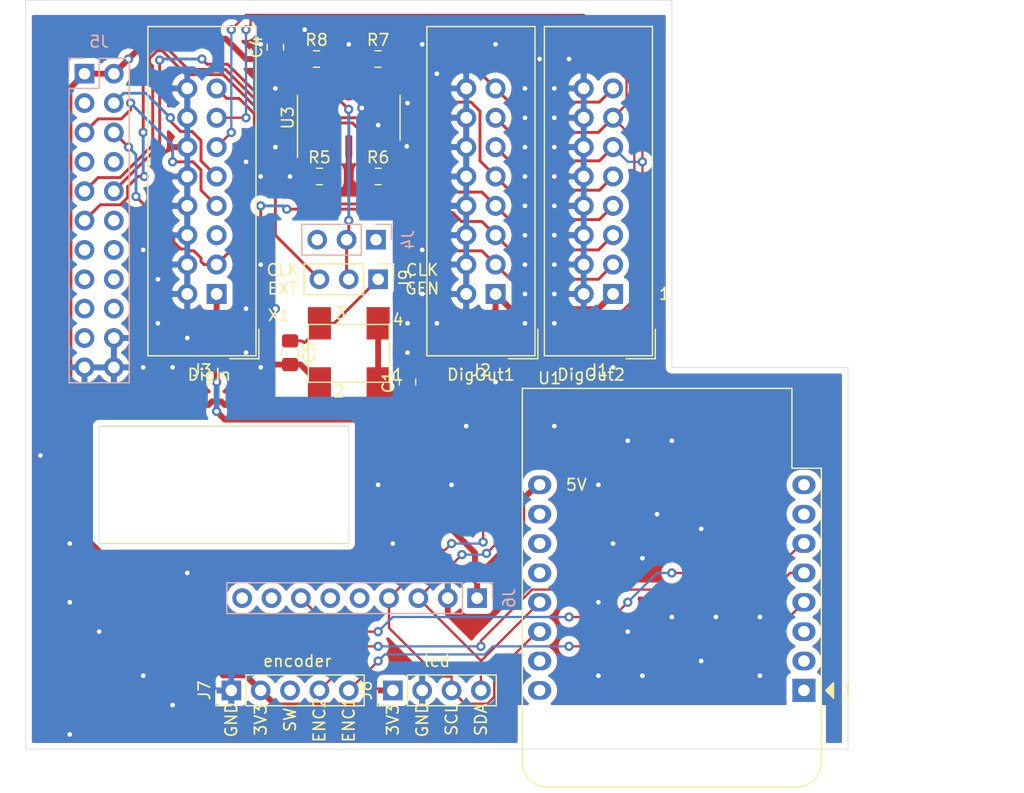
<source format=kicad_pcb>
(kicad_pcb (version 20171130) (host pcbnew 5.1.5+dfsg1-2build2)
  (layers (0 F.Cu signal) (31 B.Cu signal) (34 B.Paste user) (35 F.Paste user) (36 B.SilkS user) (37 F.SilkS user) (38 B.Mask user) (39 F.Mask user) (44 Edge.Cuts user))
  (net 0 "")
  (net 1 GND)
  (net 2 /SCL)
  (net 3 /SDA)
  (net 4 /MP10_OUT_LRCLK)
  (net 5 /MP11_OUT_SCLK)
  (net 6 /5V)
  (net 7 /~DSP_RESET)
  (net 8 "Net-(J5-Pad13)")
  (net 9 /MP5_INPUT_BCLK)
  (net 10 /~RESET)
  (net 11 /3V3)
  (net 12 "Net-(J6-Pad9)")
  (net 13 "Net-(J6-Pad8)")
  (net 14 /SELFBOOT)
  (net 15 /WP)
  (net 16 /ENCODER1)
  (net 17 /ENCODER2)
  (net 18 /SW)
  (net 19 "Net-(U1-Pad16)")
  (net 20 "Net-(U1-Pad15)")
  (net 21 "Net-(U1-Pad12)")
  (net 22 "Net-(U1-Pad11)")
  (net 23 "Net-(U1-Pad10)")
  (net 24 "Net-(U1-Pad8)")
  (net 25 "Net-(U1-Pad7)")
  (net 26 "Net-(U1-Pad3)")
  (net 27 "Net-(U1-Pad1)")
  (net 28 "Net-(U1-Pad2)")
  (net 29 "Net-(J3-Pad5)")
  (net 30 "Net-(R5-Pad2)")
  (net 31 "Net-(R6-Pad2)")
  (net 32 "Net-(R7-Pad2)")
  (net 33 "Net-(R8-Pad2)")
  (net 34 /MCLK_IN)
  (net 35 /MP4_IN_LRCLK)
  (net 36 "Net-(J4-Pad3)")
  (net 37 /MCLK_CHOSEN)
  (net 38 "Net-(J4-Pad1)")
  (net 39 /MCLK_EXT_UNUSED)
  (net 40 /MP2_IN_SDAT2)
  (net 41 /MP8_OUT_SDAT2)
  (net 42 /MP3_IN_SDAT3)
  (net 43 /MP9_OUT_SDAT3)
  (net 44 /MP6_OUT_SDAT0)
  (net 45 /MP7_OUT_SDAT1)
  (net 46 /MP0_IN_SDAT1)
  (net 47 /MP1_IN_SDAT0)
  (net 48 /MCLK_GEN)
  (net 49 "Net-(J1-Pad15)")
  (net 50 "Net-(J1-Pad9)")
  (net 51 "Net-(J1-Pad7)")
  (net 52 "Net-(J1-Pad5)")
  (module Module:WEMOS_D1_mini_light (layer F.Cu) (at 128.27 93.98 180)
    (fp_text reference U1 (at 22 27) (layer F.SilkS))
    (fp_text value WeMos_D1_mini)
    (pad 16 thru_hole oval (at 22.86 0 180) (size 2 1.6) (drill 1) (layers *.Cu *.Mask) (net 19 "Net-(U1-Pad16)"))
    (pad 15 thru_hole oval (at 22.86 2.54 180) (size 2 1.6) (drill 1) (layers *.Cu *.Mask) (net 20 "Net-(U1-Pad15)"))
    (pad 14 thru_hole oval (at 22.86 5.08 180) (size 2 1.6) (drill 1) (layers *.Cu *.Mask) (net 2 /SCL))
    (pad 13 thru_hole oval (at 22.86 7.62 180) (size 2 1.6) (drill 1) (layers *.Cu *.Mask) (net 3 /SDA))
    (pad 12 thru_hole oval (at 22.86 10.16 180) (size 2 1.6) (drill 1) (layers *.Cu *.Mask) (net 21 "Net-(U1-Pad12)"))
    (pad 11 thru_hole oval (at 22.86 12.7 180) (size 2 1.6) (drill 1) (layers *.Cu *.Mask) (net 22 "Net-(U1-Pad11)"))
    (pad 10 thru_hole oval (at 22.86 15.24 180) (size 2 1.6) (drill 1) (layers *.Cu *.Mask) (net 23 "Net-(U1-Pad10)"))
    (pad 9 thru_hole oval (at 22.86 17.78 180) (size 2 1.6) (drill 1) (layers *.Cu *.Mask) (net 6 /5V))
    (pad 8 thru_hole oval (at 0 17.78 180) (size 2 1.6) (drill 1) (layers *.Cu *.Mask) (net 24 "Net-(U1-Pad8)"))
    (pad 7 thru_hole oval (at 0 15.24 180) (size 2 1.6) (drill 1) (layers *.Cu *.Mask) (net 25 "Net-(U1-Pad7)"))
    (pad 6 thru_hole oval (at 0 12.7 180) (size 2 1.6) (drill 1) (layers *.Cu *.Mask) (net 7 /~DSP_RESET))
    (pad 5 thru_hole oval (at 0 10.16 180) (size 2 1.6) (drill 1) (layers *.Cu *.Mask) (net 17 /ENCODER2))
    (pad 4 thru_hole oval (at 0 7.62 180) (size 2 1.6) (drill 1) (layers *.Cu *.Mask) (net 16 /ENCODER1))
    (pad 3 thru_hole oval (at 0 5.08 180) (size 2 1.6) (drill 1) (layers *.Cu *.Mask) (net 26 "Net-(U1-Pad3)"))
    (pad 1 thru_hole rect (at 0 0 180) (size 2 2) (drill 1) (layers *.Cu *.Mask) (net 27 "Net-(U1-Pad1)"))
    (pad 2 thru_hole oval (at 0 2.54 180) (size 2 1.6) (drill 1) (layers *.Cu *.Mask) (net 28 "Net-(U1-Pad2)"))
  )
  (module Connector_IDC:IDC-Header_2x08_P2.54mm_Vertical (layer F.Cu) (at 111.76 59.69 180)
    (fp_text reference J1 (at 1.27 -6.604) (layer F.SilkS))
    (fp_text value Conn_02x08_Odd_Even)
    (pad 16 thru_hole oval (at 2.54 17.78 180) (size 1.7272 1.7272) (drill 1.016) (layers *.Cu *.Mask) (net 1 GND))
    (pad 15 thru_hole oval (at 0 17.78 180) (size 1.7272 1.7272) (drill 1.016) (layers *.Cu *.Mask) (net 49 "Net-(J1-Pad15)"))
    (pad 14 thru_hole oval (at 2.54 15.24 180) (size 1.7272 1.7272) (drill 1.016) (layers *.Cu *.Mask) (net 1 GND))
    (pad 13 thru_hole oval (at 0 15.24 180) (size 1.7272 1.7272) (drill 1.016) (layers *.Cu *.Mask) (net 2 /SCL))
    (pad 12 thru_hole oval (at 2.54 12.7 180) (size 1.7272 1.7272) (drill 1.016) (layers *.Cu *.Mask) (net 1 GND))
    (pad 11 thru_hole oval (at 0 12.7 180) (size 1.7272 1.7272) (drill 1.016) (layers *.Cu *.Mask) (net 3 /SDA))
    (pad 10 thru_hole oval (at 2.54 10.16 180) (size 1.7272 1.7272) (drill 1.016) (layers *.Cu *.Mask) (net 1 GND))
    (pad 9 thru_hole oval (at 0 10.16 180) (size 1.7272 1.7272) (drill 1.016) (layers *.Cu *.Mask) (net 50 "Net-(J1-Pad9)"))
    (pad 8 thru_hole oval (at 2.54 7.62 180) (size 1.7272 1.7272) (drill 1.016) (layers *.Cu *.Mask) (net 1 GND))
    (pad 7 thru_hole oval (at 0 7.62 180) (size 1.7272 1.7272) (drill 1.016) (layers *.Cu *.Mask) (net 51 "Net-(J1-Pad7)"))
    (pad 6 thru_hole oval (at 2.54 5.08 180) (size 1.7272 1.7272) (drill 1.016) (layers *.Cu *.Mask) (net 1 GND))
    (pad 5 thru_hole oval (at 0 5.08 180) (size 1.7272 1.7272) (drill 1.016) (layers *.Cu *.Mask) (net 52 "Net-(J1-Pad5)"))
    (pad 4 thru_hole oval (at 2.54 2.54 180) (size 1.7272 1.7272) (drill 1.016) (layers *.Cu *.Mask) (net 1 GND))
    (pad 3 thru_hole oval (at 0 2.54 180) (size 1.7272 1.7272) (drill 1.016) (layers *.Cu *.Mask) (net 47 /MP1_IN_SDAT0))
    (pad 2 thru_hole oval (at 2.54 0 180) (size 1.7272 1.7272) (drill 1.016) (layers *.Cu *.Mask) (net 1 GND))
    (pad 1 thru_hole rect (at 0 0 180) (size 1.7272 1.7272) (drill 1.016) (layers *.Cu *.Mask) (net 6 /5V))
  )
  (module Connector_IDC:IDC-Header_2x08_P2.54mm_Vertical (layer F.Cu) (at 77.47 59.69 180)
    (fp_text reference J3 (at 1.27 -6.604) (layer F.SilkS))
    (fp_text value Conn_02x08_Odd_Even)
    (pad 16 thru_hole oval (at 2.54 17.78 180) (size 1.7272 1.7272) (drill 1.016) (layers *.Cu *.Mask) (net 1 GND))
    (pad 15 thru_hole oval (at 0 17.78 180) (size 1.7272 1.7272) (drill 1.016) (layers *.Cu *.Mask) (net 34 /MCLK_IN))
    (pad 14 thru_hole oval (at 2.54 15.24 180) (size 1.7272 1.7272) (drill 1.016) (layers *.Cu *.Mask) (net 1 GND))
    (pad 13 thru_hole oval (at 0 15.24 180) (size 1.7272 1.7272) (drill 1.016) (layers *.Cu *.Mask) (net 2 /SCL))
    (pad 12 thru_hole oval (at 2.54 12.7 180) (size 1.7272 1.7272) (drill 1.016) (layers *.Cu *.Mask) (net 1 GND))
    (pad 11 thru_hole oval (at 0 12.7 180) (size 1.7272 1.7272) (drill 1.016) (layers *.Cu *.Mask) (net 3 /SDA))
    (pad 10 thru_hole oval (at 2.54 10.16 180) (size 1.7272 1.7272) (drill 1.016) (layers *.Cu *.Mask) (net 1 GND))
    (pad 9 thru_hole oval (at 0 10.16 180) (size 1.7272 1.7272) (drill 1.016) (layers *.Cu *.Mask) (net 35 /MP4_IN_LRCLK))
    (pad 8 thru_hole oval (at 2.54 7.62 180) (size 1.7272 1.7272) (drill 1.016) (layers *.Cu *.Mask) (net 1 GND))
    (pad 7 thru_hole oval (at 0 7.62 180) (size 1.7272 1.7272) (drill 1.016) (layers *.Cu *.Mask) (net 9 /MP5_INPUT_BCLK))
    (pad 6 thru_hole oval (at 2.54 5.08 180) (size 1.7272 1.7272) (drill 1.016) (layers *.Cu *.Mask) (net 1 GND))
    (pad 5 thru_hole oval (at 0 5.08 180) (size 1.7272 1.7272) (drill 1.016) (layers *.Cu *.Mask) (net 29 "Net-(J3-Pad5)"))
    (pad 4 thru_hole oval (at 2.54 2.54 180) (size 1.7272 1.7272) (drill 1.016) (layers *.Cu *.Mask) (net 1 GND))
    (pad 3 thru_hole oval (at 0 2.54 180) (size 1.7272 1.7272) (drill 1.016) (layers *.Cu *.Mask) (net 47 /MP1_IN_SDAT0))
    (pad 2 thru_hole oval (at 2.54 0 180) (size 1.7272 1.7272) (drill 1.016) (layers *.Cu *.Mask) (net 1 GND))
    (pad 1 thru_hole rect (at 0 0 180) (size 1.7272 1.7272) (drill 1.016) (layers *.Cu *.Mask) (net 6 /5V))
  )
  (module cheapskate_amp_footprints:7.0x5.0_SMD_OSCILLATOR_HCOMS_TTLCUSTOM (layer F.Cu) (at 88.9 64.83 180)
    (fp_text reference X1 (at 6.0452 3.2766) (layer F.SilkS))
    (fp_text value SG-615)
    (fp_text user 4 (at -4.2672 2.8956) (layer F.SilkS))
    (fp_text user 3 (at 0.7366 3.4544) (layer F.SilkS))
    (fp_text user 2 (at 0.8382 -3.302) (layer F.SilkS))
    (fp_text user 1 (at -4.2672 -1.8542) (layer F.SilkS))
    (pad 4 smd rect (at -2.54 2.6 180) (size 2 2.8) (layers F.Cu F.Paste F.Mask) (net 11 /3V3))
    (pad 3 smd rect (at 2.54 2.6 180) (size 2 2.8) (layers F.Cu F.Paste F.Mask) (net 48 /MCLK_GEN))
    (pad 2 smd rect (at 2.54 -2.6 180) (size 2 2.8) (layers F.Cu F.Paste F.Mask) (net 1 GND))
    (pad 1 smd rect (at -2.54 -2.6 180) (size 2 2.8) (layers F.Cu F.Paste F.Mask) (net 11 /3V3))
  )
  (module Capacitor_SMD:C_0805_2012Metric_Pad1.15x1.40mm_HandSolder (layer F.Cu) (at 83.82 64.77 270)
    (fp_text reference C5 (at 0 -1.65 90) (layer F.SilkS))
    (fp_text value 15pF)
    (pad 2 smd roundrect (at 1.025 0 270) (size 1.15 1.4) (layers F.Cu F.Paste F.Mask) (roundrect_rratio 0.217391) (net 1 GND))
    (pad 1 smd roundrect (at -1.025 0 270) (size 1.15 1.4) (layers F.Cu F.Paste F.Mask) (roundrect_rratio 0.217391) (net 48 /MCLK_GEN))
  )
  (module Connector_PinHeader_2.54mm:PinHeader_1x03_P2.54mm_Vertical (layer F.Cu) (at 91.44 58.42 270)
    (fp_text reference J9 (at 0 -2.33 90) (layer F.SilkS))
    (fp_text value Conn_01x03)
    (pad 3 thru_hole oval (at 0 5.08 270) (size 1.7 1.7) (drill 1) (layers *.Cu *.Mask) (net 34 /MCLK_IN))
    (pad 2 thru_hole oval (at 0 2.54 270) (size 1.7 1.7) (drill 1) (layers *.Cu *.Mask) (net 37 /MCLK_CHOSEN))
    (pad 1 thru_hole rect (at 0 0 270) (size 1.7 1.7) (drill 1) (layers *.Cu *.Mask) (net 48 /MCLK_GEN))
  )
  (module Connector_PinSocket_2.54mm:PinSocket_1x03_P2.54mm_Vertical (layer B.Cu) (at 91.25 55 90)
    (fp_text reference J4 (at 0 2.77 90) (layer B.SilkS) (effects (justify mirror)))
    (fp_text value Conn_01x03)
    (pad 3 thru_hole oval (at 0 -5.08 90) (size 1.7 1.7) (drill 1) (layers *.Cu *.Mask) (net 36 "Net-(J4-Pad3)"))
    (pad 2 thru_hole oval (at 0 -2.54 90) (size 1.7 1.7) (drill 1) (layers *.Cu *.Mask) (net 37 /MCLK_CHOSEN))
    (pad 1 thru_hole rect (at 0 0 90) (size 1.7 1.7) (drill 1) (layers *.Cu *.Mask) (net 38 "Net-(J4-Pad1)"))
  )
  (module Package_SO:SOIC-14_3.9x8.7mm_P1.27mm (layer F.Cu) (at 88.9 44.45 90)
    (fp_text reference U3 (at 0 -5.28 90) (layer F.SilkS))
    (fp_text value SN74LVC125A)
    (pad 14 smd roundrect (at 2.475 -3.81 90) (size 1.95 0.6) (layers F.Cu F.Paste F.Mask) (net 11 /3V3))
    (pad 13 smd roundrect (at 2.475 -2.54 90) (size 1.95 0.6) (layers F.Cu F.Paste F.Mask) (net 1 GND))
    (pad 12 smd roundrect (at 2.475 -1.27 90) (size 1.95 0.6) (layers F.Cu F.Paste F.Mask) (net 37 /MCLK_CHOSEN))
    (pad 11 smd roundrect (at 2.475 0 90) (size 1.95 0.6) (layers F.Cu F.Paste F.Mask) (net 33 "Net-(R8-Pad2)"))
    (pad 10 smd roundrect (at 2.475 1.27 90) (size 1.95 0.6) (layers F.Cu F.Paste F.Mask) (net 1 GND))
    (pad 9 smd roundrect (at 2.475 2.54 90) (size 1.95 0.6) (layers F.Cu F.Paste F.Mask) (net 4 /MP10_OUT_LRCLK))
    (pad 8 smd roundrect (at 2.475 3.81 90) (size 1.95 0.6) (layers F.Cu F.Paste F.Mask) (net 32 "Net-(R7-Pad2)"))
    (pad 7 smd roundrect (at -2.475 3.81 90) (size 1.95 0.6) (layers F.Cu F.Paste F.Mask) (net 1 GND))
    (pad 6 smd roundrect (at -2.475 2.54 90) (size 1.95 0.6) (layers F.Cu F.Paste F.Mask) (net 31 "Net-(R6-Pad2)"))
    (pad 5 smd roundrect (at -2.475 1.27 90) (size 1.95 0.6) (layers F.Cu F.Paste F.Mask) (net 5 /MP11_OUT_SCLK))
    (pad 4 smd roundrect (at -2.475 0 90) (size 1.95 0.6) (layers F.Cu F.Paste F.Mask) (net 1 GND))
    (pad 3 smd roundrect (at -2.475 -1.27 90) (size 1.95 0.6) (layers F.Cu F.Paste F.Mask) (net 30 "Net-(R5-Pad2)"))
    (pad 2 smd roundrect (at -2.475 -2.54 90) (size 1.95 0.6) (layers F.Cu F.Paste F.Mask) (net 44 /MP6_OUT_SDAT0))
    (pad 1 smd roundrect (at -2.475 -3.81 90) (size 1.95 0.6) (layers F.Cu F.Paste F.Mask) (net 1 GND))
  )
  (module Resistor_SMD:R_0805_2012Metric_Pad1.15x1.40mm_HandSolder (layer F.Cu) (at 86.115 39.37)
    (fp_text reference R8 (at 0 -1.65) (layer F.SilkS))
    (fp_text value 22)
    (pad 2 smd roundrect (at 1.025 0) (size 1.15 1.4) (layers F.Cu F.Paste F.Mask) (roundrect_rratio 0.217391) (net 33 "Net-(R8-Pad2)"))
    (pad 1 smd roundrect (at -1.025 0) (size 1.15 1.4) (layers F.Cu F.Paste F.Mask) (roundrect_rratio 0.217391) (net 49 "Net-(J1-Pad15)"))
  )
  (module Resistor_SMD:R_0805_2012Metric_Pad1.15x1.40mm_HandSolder (layer F.Cu) (at 91.44 39.37)
    (fp_text reference R7 (at 0 -1.65) (layer F.SilkS))
    (fp_text value 22)
    (pad 2 smd roundrect (at 1.025 0) (size 1.15 1.4) (layers F.Cu F.Paste F.Mask) (roundrect_rratio 0.217391) (net 32 "Net-(R7-Pad2)"))
    (pad 1 smd roundrect (at -1.025 0) (size 1.15 1.4) (layers F.Cu F.Paste F.Mask) (roundrect_rratio 0.217391) (net 50 "Net-(J1-Pad9)"))
  )
  (module Resistor_SMD:R_0805_2012Metric_Pad1.15x1.40mm_HandSolder (layer F.Cu) (at 91.44 49.53)
    (fp_text reference R6 (at 0 -1.65) (layer F.SilkS))
    (fp_text value 22)
    (pad 2 smd roundrect (at 1.025 0) (size 1.15 1.4) (layers F.Cu F.Paste F.Mask) (roundrect_rratio 0.217391) (net 31 "Net-(R6-Pad2)"))
    (pad 1 smd roundrect (at -1.025 0) (size 1.15 1.4) (layers F.Cu F.Paste F.Mask) (roundrect_rratio 0.217391) (net 51 "Net-(J1-Pad7)"))
  )
  (module Resistor_SMD:R_0805_2012Metric_Pad1.15x1.40mm_HandSolder (layer F.Cu) (at 86.36 49.53)
    (fp_text reference R5 (at 0 -1.65) (layer F.SilkS))
    (fp_text value 22)
    (pad 2 smd roundrect (at 1.025 0) (size 1.15 1.4) (layers F.Cu F.Paste F.Mask) (roundrect_rratio 0.217391) (net 30 "Net-(R5-Pad2)"))
    (pad 1 smd roundrect (at -1.025 0) (size 1.15 1.4) (layers F.Cu F.Paste F.Mask) (roundrect_rratio 0.217391) (net 52 "Net-(J1-Pad5)"))
  )
  (module Capacitor_SMD:C_0805_2012Metric_Pad1.15x1.40mm_HandSolder (layer F.Cu) (at 82.55 38.345 90)
    (fp_text reference C4 (at 0 -1.65 90) (layer F.SilkS))
    (fp_text value C)
    (pad 2 smd roundrect (at 1.025 0 90) (size 1.15 1.4) (layers F.Cu F.Paste F.Mask) (roundrect_rratio 0.217391) (net 1 GND))
    (pad 1 smd roundrect (at -1.025 0 90) (size 1.15 1.4) (layers F.Cu F.Paste F.Mask) (roundrect_rratio 0.217391) (net 11 /3V3))
  )
  (module Capacitor_SMD:C_0805_2012Metric_Pad1.15x1.40mm_HandSolder (layer F.Cu) (at 93.98 67.31 90)
    (fp_text reference C1 (at 0 -1.65 90) (layer F.SilkS))
    (fp_text value C)
    (pad 2 smd roundrect (at 1.025 0 90) (size 1.15 1.4) (layers F.Cu F.Paste F.Mask) (roundrect_rratio 0.217391) (net 1 GND))
    (pad 1 smd roundrect (at -1.025 0 90) (size 1.15 1.4) (layers F.Cu F.Paste F.Mask) (roundrect_rratio 0.217391) (net 11 /3V3))
  )
  (module Connector_PinSocket_2.54mm:PinSocket_2x11_P2.54mm_Vertical (layer B.Cu) (at 66.04 40.64 180)
    (fp_text reference J5 (at -1.27 2.77) (layer B.SilkS) (effects (justify mirror)))
    (fp_text value Conn_02x11_Odd_Even)
    (pad 22 thru_hole oval (at -2.54 -25.4 180) (size 1.7 1.7) (drill 1) (layers *.Cu *.Mask) (net 1 GND))
    (pad 21 thru_hole oval (at 0 -25.4 180) (size 1.7 1.7) (drill 1) (layers *.Cu *.Mask) (net 1 GND))
    (pad 20 thru_hole oval (at -2.54 -22.86 180) (size 1.7 1.7) (drill 1) (layers *.Cu *.Mask) (net 1 GND))
    (pad 19 thru_hole oval (at 0 -22.86 180) (size 1.7 1.7) (drill 1) (layers *.Cu *.Mask) (net 39 /MCLK_EXT_UNUSED))
    (pad 18 thru_hole oval (at -2.54 -20.32 180) (size 1.7 1.7) (drill 1) (layers *.Cu *.Mask) (net 40 /MP2_IN_SDAT2))
    (pad 17 thru_hole oval (at 0 -20.32 180) (size 1.7 1.7) (drill 1) (layers *.Cu *.Mask) (net 41 /MP8_OUT_SDAT2))
    (pad 16 thru_hole oval (at -2.54 -17.78 180) (size 1.7 1.7) (drill 1) (layers *.Cu *.Mask) (net 42 /MP3_IN_SDAT3))
    (pad 15 thru_hole oval (at 0 -17.78 180) (size 1.7 1.7) (drill 1) (layers *.Cu *.Mask) (net 2 /SCL))
    (pad 14 thru_hole oval (at -2.54 -15.24 180) (size 1.7 1.7) (drill 1) (layers *.Cu *.Mask) (net 43 /MP9_OUT_SDAT3))
    (pad 13 thru_hole oval (at 0 -15.24 180) (size 1.7 1.7) (drill 1) (layers *.Cu *.Mask) (net 8 "Net-(J5-Pad13)"))
    (pad 12 thru_hole oval (at -2.54 -12.7 180) (size 1.7 1.7) (drill 1) (layers *.Cu *.Mask) (net 3 /SDA))
    (pad 11 thru_hole oval (at 0 -12.7 180) (size 1.7 1.7) (drill 1) (layers *.Cu *.Mask) (net 5 /MP11_OUT_SCLK))
    (pad 10 thru_hole oval (at -2.54 -10.16 180) (size 1.7 1.7) (drill 1) (layers *.Cu *.Mask) (net 4 /MP10_OUT_LRCLK))
    (pad 9 thru_hole oval (at 0 -10.16 180) (size 1.7 1.7) (drill 1) (layers *.Cu *.Mask) (net 44 /MP6_OUT_SDAT0))
    (pad 8 thru_hole oval (at -2.54 -7.62 180) (size 1.7 1.7) (drill 1) (layers *.Cu *.Mask) (net 45 /MP7_OUT_SDAT1))
    (pad 7 thru_hole oval (at 0 -7.62 180) (size 1.7 1.7) (drill 1) (layers *.Cu *.Mask) (net 46 /MP0_IN_SDAT1))
    (pad 6 thru_hole oval (at -2.54 -5.08 180) (size 1.7 1.7) (drill 1) (layers *.Cu *.Mask) (net 47 /MP1_IN_SDAT0))
    (pad 5 thru_hole oval (at 0 -5.08 180) (size 1.7 1.7) (drill 1) (layers *.Cu *.Mask) (net 9 /MP5_INPUT_BCLK))
    (pad 4 thru_hole oval (at -2.54 -2.54 180) (size 1.7 1.7) (drill 1) (layers *.Cu *.Mask) (net 35 /MP4_IN_LRCLK))
    (pad 3 thru_hole oval (at 0 -2.54 180) (size 1.7 1.7) (drill 1) (layers *.Cu *.Mask) (net 10 /~RESET))
    (pad 2 thru_hole oval (at -2.54 0 180) (size 1.7 1.7) (drill 1) (layers *.Cu *.Mask) (net 11 /3V3))
    (pad 1 thru_hole rect (at 0 0 180) (size 1.7 1.7) (drill 1) (layers *.Cu *.Mask) (net 11 /3V3))
  )
  (module Connector_PinHeader_2.54mm:PinHeader_1x04_P2.54mm_Vertical (layer F.Cu) (at 92.71 93.98 90)
    (fp_text reference J8 (at 0 -2.33 90) (layer F.SilkS))
    (fp_text value Conn_01x04)
    (pad 4 thru_hole oval (at 0 7.62 90) (size 1.7 1.7) (drill 1) (layers *.Cu *.Mask) (net 3 /SDA))
    (pad 3 thru_hole oval (at 0 5.08 90) (size 1.7 1.7) (drill 1) (layers *.Cu *.Mask) (net 2 /SCL))
    (pad 2 thru_hole oval (at 0 2.54 90) (size 1.7 1.7) (drill 1) (layers *.Cu *.Mask) (net 1 GND))
    (pad 1 thru_hole rect (at 0 0 90) (size 1.7 1.7) (drill 1) (layers *.Cu *.Mask) (net 11 /3V3))
  )
  (module Connector_PinHeader_2.54mm:PinHeader_1x05_P2.54mm_Vertical (layer F.Cu) (at 78.74 93.98 90)
    (fp_text reference J7 (at 0 -2.33 90) (layer F.SilkS))
    (fp_text value Conn_01x05)
    (pad 5 thru_hole oval (at 0 10.16 90) (size 1.7 1.7) (drill 1) (layers *.Cu *.Mask) (net 16 /ENCODER1))
    (pad 4 thru_hole oval (at 0 7.62 90) (size 1.7 1.7) (drill 1) (layers *.Cu *.Mask) (net 17 /ENCODER2))
    (pad 3 thru_hole oval (at 0 5.08 90) (size 1.7 1.7) (drill 1) (layers *.Cu *.Mask) (net 18 /SW))
    (pad 2 thru_hole oval (at 0 2.54 90) (size 1.7 1.7) (drill 1) (layers *.Cu *.Mask) (net 11 /3V3))
    (pad 1 thru_hole rect (at 0 0 90) (size 1.7 1.7) (drill 1) (layers *.Cu *.Mask) (net 1 GND))
  )
  (module Connector_PinSocket_2.54mm:PinSocket_1x09_P2.54mm_Vertical (layer B.Cu) (at 100 86 90)
    (fp_text reference J6 (at 0 2.77 270) (layer B.SilkS) (effects (justify mirror)))
    (fp_text value Conn_01x09)
    (pad 9 thru_hole oval (at 0 -20.32 90) (size 1.7 1.7) (drill 1) (layers *.Cu *.Mask) (net 12 "Net-(J6-Pad9)"))
    (pad 8 thru_hole oval (at 0 -17.78 90) (size 1.7 1.7) (drill 1) (layers *.Cu *.Mask) (net 13 "Net-(J6-Pad8)"))
    (pad 7 thru_hole oval (at 0 -15.24 90) (size 1.7 1.7) (drill 1) (layers *.Cu *.Mask) (net 7 /~DSP_RESET))
    (pad 6 thru_hole oval (at 0 -12.7 90) (size 1.7 1.7) (drill 1) (layers *.Cu *.Mask) (net 14 /SELFBOOT))
    (pad 5 thru_hole oval (at 0 -10.16 90) (size 1.7 1.7) (drill 1) (layers *.Cu *.Mask) (net 15 /WP))
    (pad 4 thru_hole oval (at 0 -7.62 90) (size 1.7 1.7) (drill 1) (layers *.Cu *.Mask) (net 2 /SCL))
    (pad 3 thru_hole oval (at 0 -5.08 90) (size 1.7 1.7) (drill 1) (layers *.Cu *.Mask) (net 3 /SDA))
    (pad 2 thru_hole oval (at 0 -2.54 90) (size 1.7 1.7) (drill 1) (layers *.Cu *.Mask) (net 1 GND))
    (pad 1 thru_hole rect (at 0 0 90) (size 1.7 1.7) (drill 1) (layers *.Cu *.Mask) (net 6 /5V))
  )
  (module Connector_IDC:IDC-Header_2x08_P2.54mm_Vertical (layer F.Cu) (at 101.6 59.69 180)
    (fp_text reference J2 (at 1.27 -6.604) (layer F.SilkS))
    (fp_text value Conn_02x08_Odd_Even)
    (pad 16 thru_hole oval (at 2.54 17.78 180) (size 1.7272 1.7272) (drill 1.016) (layers *.Cu *.Mask) (net 1 GND))
    (pad 15 thru_hole oval (at 0 17.78 180) (size 1.7272 1.7272) (drill 1.016) (layers *.Cu *.Mask) (net 49 "Net-(J1-Pad15)"))
    (pad 14 thru_hole oval (at 2.54 15.24 180) (size 1.7272 1.7272) (drill 1.016) (layers *.Cu *.Mask) (net 1 GND))
    (pad 13 thru_hole oval (at 0 15.24 180) (size 1.7272 1.7272) (drill 1.016) (layers *.Cu *.Mask) (net 2 /SCL))
    (pad 12 thru_hole oval (at 2.54 12.7 180) (size 1.7272 1.7272) (drill 1.016) (layers *.Cu *.Mask) (net 1 GND))
    (pad 11 thru_hole oval (at 0 12.7 180) (size 1.7272 1.7272) (drill 1.016) (layers *.Cu *.Mask) (net 3 /SDA))
    (pad 10 thru_hole oval (at 2.54 10.16 180) (size 1.7272 1.7272) (drill 1.016) (layers *.Cu *.Mask) (net 1 GND))
    (pad 9 thru_hole oval (at 0 10.16 180) (size 1.7272 1.7272) (drill 1.016) (layers *.Cu *.Mask) (net 50 "Net-(J1-Pad9)"))
    (pad 8 thru_hole oval (at 2.54 7.62 180) (size 1.7272 1.7272) (drill 1.016) (layers *.Cu *.Mask) (net 1 GND))
    (pad 7 thru_hole oval (at 0 7.62 180) (size 1.7272 1.7272) (drill 1.016) (layers *.Cu *.Mask) (net 51 "Net-(J1-Pad7)"))
    (pad 6 thru_hole oval (at 2.54 5.08 180) (size 1.7272 1.7272) (drill 1.016) (layers *.Cu *.Mask) (net 1 GND))
    (pad 5 thru_hole oval (at 0 5.08 180) (size 1.7272 1.7272) (drill 1.016) (layers *.Cu *.Mask) (net 52 "Net-(J1-Pad5)"))
    (pad 4 thru_hole oval (at 2.54 2.54 180) (size 1.7272 1.7272) (drill 1.016) (layers *.Cu *.Mask) (net 1 GND))
    (pad 3 thru_hole oval (at 0 2.54 180) (size 1.7272 1.7272) (drill 1.016) (layers *.Cu *.Mask) (net 47 /MP1_IN_SDAT0))
    (pad 2 thru_hole oval (at 2.54 0 180) (size 1.7272 1.7272) (drill 1.016) (layers *.Cu *.Mask) (net 1 GND))
    (pad 1 thru_hole rect (at 0 0 180) (size 1.7272 1.7272) (drill 1.016) (layers *.Cu *.Mask) (net 6 /5V))
  )
  (gr_line (start 132.08 66.04) (end 132.08 99.06) (layer Edge.Cuts) (width 0.05))
  (gr_line (start 116.84 66.04) (end 132.08 66.04) (layer Edge.Cuts) (width 0.05))
  (gr_line (start 116.84 34.29) (end 116.84 66.04) (layer Edge.Cuts) (width 0.05))
  (gr_text 1 (at 132.08 93.98) (layer F.SilkS) (effects (font (size 1 1))))
  (gr_text 5V (at 108.585 76.2) (layer F.SilkS) (effects (font (size 1 1))))
  (gr_text DigIn (at 76.835 66.675) (layer F.SilkS) (effects (font (size 1 1))))
  (gr_text 1 (at 116.205 59.69) (layer F.SilkS) (effects (font (size 1 1))))
  (gr_text "CLK\nEXT" (at 83.185 58.42) (layer F.SilkS) (effects (font (size 1 1))))
  (gr_text "CLK\nGEN" (at 95.25 58.42) (layer F.SilkS) (effects (font (size 1 1))))
  (gr_text DigOut2 (at 109.855 66.675) (layer F.SilkS) (effects (font (size 1 1))))
  (gr_text DigOut1 (at 100.33 66.675) (layer F.SilkS) (effects (font (size 1 1))))
  (gr_text lcd (at 96.52 91.44) (layer F.SilkS) (effects (font (size 1 1))))
  (gr_text encoder (at 84.455 91.44) (layer F.SilkS) (effects (font (size 1 1))))
  (gr_text ENC1 (at 88.9 96.52 90) (layer F.SilkS) (effects (font (size 1 1))))
  (gr_text ENC2 (at 86.36 96.52 90) (layer F.SilkS) (effects (font (size 1 1))))
  (gr_text SW (at 83.82 96.52 90) (layer F.SilkS) (effects (font (size 1 1))))
  (gr_text 3V3 (at 81.28 96.52 90) (layer F.SilkS) (effects (font (size 1 1))))
  (gr_text GND (at 78.74 96.52 90) (layer F.SilkS) (effects (font (size 1 1))))
  (gr_text 3V3 (at 92.71 96.52 90) (layer F.SilkS) (effects (font (size 1 1))))
  (gr_text GND (at 95.25 96.52 90) (layer F.SilkS) (effects (font (size 1 1))))
  (gr_text SCL (at 97.79 96.52 90) (layer F.SilkS) (effects (font (size 1 1))))
  (gr_text SDA (at 100.33 96.52 90) (layer F.SilkS) (effects (font (size 1 1))))
  (gr_line (start 88.9 71.12) (end 67.31 71.12) (layer Edge.Cuts) (width 0.05))
  (gr_line (start 88.9 81.28) (end 88.9 71.12) (layer Edge.Cuts) (width 0.05))
  (gr_line (start 67.31 81.28) (end 88.9 81.28) (layer Edge.Cuts) (width 0.05))
  (gr_line (start 67.31 71.12) (end 67.31 81.28) (layer Edge.Cuts) (width 0.05))
  (gr_line (start 60.96 99.06) (end 60.96 34.29) (layer Edge.Cuts) (width 0.05))
  (gr_line (start 132.08 99.06) (end 60.96 99.06) (layer Edge.Cuts) (width 0.05))
  (gr_line (start 60.96 34.29) (end 116.84 34.29) (layer Edge.Cuts) (width 0.05))
  (gr_line (start 67.31 81.28) (end 88.9 81.28) (layer F.SilkS) (width 0.12))
  (gr_line (start 67.31 71.12) (end 88.9 71.12) (layer F.SilkS) (width 0.12))
  (segment (start 92.71 46.925) (end 93.915 46.925) (width 0.508) (layer F.Cu) (net 1))
  (segment (start 93.915 46.925) (end 93.915 46.925) (width 0.508) (layer F.Cu) (net 1))
  (via (at 93.915 46.925) (size 0.8) (drill 0.4) (layers F.Cu B.Cu) (net 1))
  (via (at 104.14 44.45) (size 0.8) (drill 0.4) (layers F.Cu B.Cu) (net 1))
  (via (at 106.68 44.45) (size 0.8) (drill 0.4) (layers F.Cu B.Cu) (net 1))
  (via (at 104.14 41.91) (size 0.8) (drill 0.4) (layers F.Cu B.Cu) (net 1))
  (via (at 106.68 41.91) (size 0.8) (drill 0.4) (layers F.Cu B.Cu) (net 1))
  (via (at 104.14 46.99) (size 0.8) (drill 0.4) (layers F.Cu B.Cu) (net 1))
  (via (at 106.68 46.99) (size 0.8) (drill 0.4) (layers F.Cu B.Cu) (net 1))
  (via (at 106.68 49.53) (size 0.8) (drill 0.4) (layers F.Cu B.Cu) (net 1))
  (via (at 104.14 49.53) (size 0.8) (drill 0.4) (layers F.Cu B.Cu) (net 1))
  (via (at 104.14 52.07) (size 0.8) (drill 0.4) (layers F.Cu B.Cu) (net 1))
  (via (at 106.68 52.07) (size 0.8) (drill 0.4) (layers F.Cu B.Cu) (net 1))
  (via (at 106.68 54.61) (size 0.8) (drill 0.4) (layers F.Cu B.Cu) (net 1))
  (via (at 104.14 54.61) (size 0.8) (drill 0.4) (layers F.Cu B.Cu) (net 1))
  (via (at 104.14 57.15) (size 0.8) (drill 0.4) (layers F.Cu B.Cu) (net 1))
  (via (at 106.68 57.15) (size 0.8) (drill 0.4) (layers F.Cu B.Cu) (net 1))
  (via (at 106.68 59.69) (size 0.8) (drill 0.4) (layers F.Cu B.Cu) (net 1))
  (via (at 104.14 59.69) (size 0.8) (drill 0.4) (layers F.Cu B.Cu) (net 1))
  (via (at 106.68 62.23) (size 0.8) (drill 0.4) (layers F.Cu B.Cu) (net 1))
  (via (at 104.14 62.23) (size 0.8) (drill 0.4) (layers F.Cu B.Cu) (net 1))
  (via (at 95.25 38.1) (size 0.8) (drill 0.4) (layers F.Cu B.Cu) (net 1))
  (via (at 96.52 40.64) (size 0.8) (drill 0.4) (layers F.Cu B.Cu) (net 1))
  (via (at 88.9 38.1) (size 0.8) (drill 0.4) (layers F.Cu B.Cu) (net 1))
  (via (at 101.6 38.1) (size 0.8) (drill 0.4) (layers F.Cu B.Cu) (net 1))
  (via (at 105.41 39.37) (size 0.8) (drill 0.4) (layers F.Cu B.Cu) (net 1))
  (via (at 80.01 48.26) (size 0.8) (drill 0.4) (layers F.Cu B.Cu) (net 1))
  (via (at 81.28 49.53) (size 0.8) (drill 0.4) (layers F.Cu B.Cu) (net 1))
  (via (at 93.98 64.77) (size 0.8) (drill 0.4) (layers F.Cu B.Cu) (net 1))
  (segment (start 93.98 66.285) (end 93.98 64.77) (width 0.2) (layer F.Cu) (net 1))
  (via (at 81.28 57.15) (size 0.8) (drill 0.4) (layers F.Cu B.Cu) (net 1))
  (via (at 80.01 60.96) (size 0.8) (drill 0.4) (layers F.Cu B.Cu) (net 1))
  (via (at 82.55 60.96) (size 0.8) (drill 0.4) (layers F.Cu B.Cu) (net 1))
  (via (at 80.01 64.77) (size 0.8) (drill 0.4) (layers F.Cu B.Cu) (net 1))
  (via (at 81.28 66.04) (size 0.8) (drill 0.4) (layers F.Cu B.Cu) (net 1))
  (via (at 73.66 66.04) (size 0.8) (drill 0.4) (layers F.Cu B.Cu) (net 1))
  (via (at 72.39 62.23) (size 0.8) (drill 0.4) (layers F.Cu B.Cu) (net 1))
  (via (at 74.93 63.5) (size 0.8) (drill 0.4) (layers F.Cu B.Cu) (net 1))
  (via (at 71.12 66.04) (size 0.8) (drill 0.4) (layers F.Cu B.Cu) (net 1))
  (via (at 71.12 55.88) (size 0.8) (drill 0.4) (layers F.Cu B.Cu) (net 1))
  (via (at 72.39 58.42) (size 0.8) (drill 0.4) (layers F.Cu B.Cu) (net 1))
  (via (at 95.25 55.88) (size 0.8) (drill 0.4) (layers F.Cu B.Cu) (net 1))
  (via (at 95.25 59.69) (size 0.8) (drill 0.4) (layers F.Cu B.Cu) (net 1))
  (via (at 93.98 62.23) (size 0.8) (drill 0.4) (layers F.Cu B.Cu) (net 1))
  (via (at 96.52 62.23) (size 0.8) (drill 0.4) (layers F.Cu B.Cu) (net 1))
  (segment (start 81.525 65.795) (end 81.28 66.04) (width 0.508) (layer F.Cu) (net 1))
  (segment (start 83.82 65.795) (end 81.525 65.795) (width 0.508) (layer F.Cu) (net 1))
  (segment (start 84.725 65.795) (end 86.36 67.43) (width 0.508) (layer F.Cu) (net 1))
  (segment (start 83.82 65.795) (end 84.725 65.795) (width 0.508) (layer F.Cu) (net 1))
  (via (at 82.55 46.99) (size 0.8) (drill 0.4) (layers F.Cu B.Cu) (net 1))
  (via (at 83.82 49.53) (size 0.8) (drill 0.4) (layers F.Cu B.Cu) (net 1))
  (via (at 82.55 41.91) (size 0.8) (drill 0.4) (layers F.Cu B.Cu) (net 1))
  (via (at 81.28 38.1) (size 0.8) (drill 0.4) (layers F.Cu B.Cu) (net 1))
  (via (at 85.09 36.83) (size 0.8) (drill 0.4) (layers F.Cu B.Cu) (net 1))
  (via (at 74.93 83.82) (size 0.8) (drill 0.4) (layers F.Cu B.Cu) (net 1))
  (via (at 71.12 92.71) (size 0.8) (drill 0.4) (layers F.Cu B.Cu) (net 1))
  (via (at 64.77 86.36) (size 0.8) (drill 0.4) (layers F.Cu B.Cu) (net 1))
  (via (at 64.77 97.79) (size 0.8) (drill 0.4) (layers F.Cu B.Cu) (net 1))
  (via (at 73.66 95.25) (size 0.8) (drill 0.4) (layers F.Cu B.Cu) (net 1))
  (via (at 67.31 88.9) (size 0.8) (drill 0.4) (layers F.Cu B.Cu) (net 1))
  (via (at 64.77 81.28) (size 0.8) (drill 0.4) (layers F.Cu B.Cu) (net 1))
  (via (at 62.23 73.66) (size 0.8) (drill 0.4) (layers F.Cu B.Cu) (net 1))
  (via (at 91.44 76.2) (size 0.8) (drill 0.4) (layers F.Cu B.Cu) (net 1))
  (via (at 92.71 81.28) (size 0.8) (drill 0.4) (layers F.Cu B.Cu) (net 1))
  (via (at 101.6 67.31) (size 0.8) (drill 0.4) (layers F.Cu B.Cu) (net 1))
  (via (at 99.06 71.12) (size 0.8) (drill 0.4) (layers F.Cu B.Cu) (net 1))
  (via (at 97.79 76.2) (size 0.8) (drill 0.4) (layers F.Cu B.Cu) (net 1))
  (via (at 106.68 71.12) (size 0.8) (drill 0.4) (layers F.Cu B.Cu) (net 1))
  (via (at 110.49 76.2) (size 0.8) (drill 0.4) (layers F.Cu B.Cu) (net 1))
  (via (at 111.76 81.28) (size 0.8) (drill 0.4) (layers F.Cu B.Cu) (net 1))
  (via (at 116.84 72.39) (size 0.8) (drill 0.4) (layers F.Cu B.Cu) (net 1))
  (via (at 115.57 78.74) (size 0.8) (drill 0.4) (layers F.Cu B.Cu) (net 1))
  (via (at 113.03 72.39) (size 0.8) (drill 0.4) (layers F.Cu B.Cu) (net 1))
  (via (at 119.38 80.01) (size 0.8) (drill 0.4) (layers F.Cu B.Cu) (net 1))
  (via (at 114.3 82.55) (size 0.8) (drill 0.4) (layers F.Cu B.Cu) (net 1))
  (via (at 120.65 87.63) (size 0.8) (drill 0.4) (layers F.Cu B.Cu) (net 1))
  (via (at 114.3 92.71) (size 0.8) (drill 0.4) (layers F.Cu B.Cu) (net 1))
  (via (at 116.84 87.63) (size 0.8) (drill 0.4) (layers F.Cu B.Cu) (net 1))
  (via (at 113.03 88.9) (size 0.8) (drill 0.4) (layers F.Cu B.Cu) (net 1))
  (via (at 110.49 86.36) (size 0.8) (drill 0.4) (layers F.Cu B.Cu) (net 1))
  (via (at 124.46 87.63) (size 0.8) (drill 0.4) (layers F.Cu B.Cu) (net 1))
  (via (at 110.49 92.71) (size 0.8) (drill 0.4) (layers F.Cu B.Cu) (net 1))
  (via (at 119.38 91.44) (size 0.8) (drill 0.4) (layers F.Cu B.Cu) (net 1))
  (via (at 124.46 92.71) (size 0.8) (drill 0.4) (layers F.Cu B.Cu) (net 1))
  (via (at 107.95 39.37) (size 0.8) (drill 0.4) (layers F.Cu B.Cu) (net 1))
  (via (at 111.76 66.04) (size 0.8) (drill 0.4) (layers F.Cu B.Cu) (net 1))
  (via (at 91.44 45.085) (size 0.8) (drill 0.4) (layers F.Cu B.Cu) (net 1))
  (via (at 93.98 43.18) (size 0.8) (drill 0.4) (layers F.Cu B.Cu) (net 1))
  (via (at 90.025023 43.605013) (size 0.8) (drill 0.4) (layers F.Cu B.Cu) (net 1))
  (segment (start 88.9 46.925) (end 88.9 49.785622) (width 0.508) (layer F.Cu) (net 1))
  (segment (start 88.9 49.785622) (end 91.184378 52.07) (width 0.508) (layer F.Cu) (net 1))
  (segment (start 91.184378 52.07) (end 97.838686 52.07) (width 0.508) (layer F.Cu) (net 1))
  (segment (start 97.838686 52.07) (end 99.06 52.07) (width 0.508) (layer F.Cu) (net 1))
  (segment (start 90.17 43.460036) (end 90.025023 43.605013) (width 0.508) (layer F.Cu) (net 1))
  (segment (start 90.17 41.975) (end 90.17 43.460036) (width 0.508) (layer F.Cu) (net 1))
  (segment (start 86.36 43.18) (end 85.725 43.815) (width 0.508) (layer F.Cu) (net 1))
  (segment (start 86.36 41.975) (end 86.36 43.18) (width 0.508) (layer F.Cu) (net 1))
  (segment (start 84.455 43.815) (end 82.55 41.91) (width 0.508) (layer F.Cu) (net 1))
  (segment (start 85.725 43.815) (end 84.455 43.815) (width 0.508) (layer F.Cu) (net 1))
  (segment (start 89.299999 37.700001) (end 94.850001 37.700001) (width 0.508) (layer F.Cu) (net 1))
  (segment (start 94.850001 37.700001) (end 95.25 38.1) (width 0.508) (layer F.Cu) (net 1))
  (segment (start 88.9 38.1) (end 89.299999 37.700001) (width 0.508) (layer F.Cu) (net 1))
  (segment (start 111.76 44.45) (end 110.49 45.72) (width 0.25) (layer F.Cu) (net 2))
  (segment (start 102.87 45.72) (end 101.6 44.45) (width 0.25) (layer F.Cu) (net 2))
  (segment (start 110.49 45.72) (end 102.87 45.72) (width 0.25) (layer F.Cu) (net 2))
  (segment (start 77.47 44.45) (end 80.01 44.45) (width 0.2) (layer F.Cu) (net 2))
  (via (at 80.01 44.45) (size 0.8) (drill 0.4) (layers F.Cu B.Cu) (net 2))
  (segment (start 80.410011 36.429989) (end 80.01 36.83) (width 0.2) (layer F.Cu) (net 2))
  (segment (start 80.410011 35.960011) (end 80.410011 36.429989) (width 0.2) (layer F.Cu) (net 2))
  (segment (start 107.784311 35.960011) (end 80.410011 35.960011) (width 0.2) (layer F.Cu) (net 2))
  (segment (start 112.923601 41.099301) (end 107.784311 35.960011) (width 0.2) (layer F.Cu) (net 2))
  (segment (start 112.923601 43.286399) (end 112.923601 41.099301) (width 0.2) (layer F.Cu) (net 2))
  (segment (start 111.76 44.45) (end 112.923601 43.286399) (width 0.2) (layer F.Cu) (net 2))
  (via (at 80.01 36.83) (size 0.8) (drill 0.4) (layers F.Cu B.Cu) (net 2))
  (segment (start 80.01 44.45) (end 80.01 36.83) (width 0.2) (layer B.Cu) (net 2))
  (segment (start 93.229999 85.150001) (end 92.38 86) (width 0.2) (layer F.Cu) (net 2))
  (segment (start 96.545991 81.834009) (end 93.229999 85.150001) (width 0.2) (layer F.Cu) (net 2))
  (via (at 97.79 81.28) (size 0.8) (drill 0.4) (layers F.Cu B.Cu) (net 2))
  (segment (start 97.235991 81.834009) (end 97.79 81.28) (width 0.2) (layer F.Cu) (net 2))
  (segment (start 96.545991 81.834009) (end 97.235991 81.834009) (width 0.2) (layer F.Cu) (net 2))
  (segment (start 92.38 86) (end 92.38 88.57) (width 0.2) (layer F.Cu) (net 2))
  (segment (start 97.79 93.98) (end 97.79 92.777919) (width 0.2) (layer F.Cu) (net 2))
  (segment (start 96.587919 92.777919) (end 92.38 88.57) (width 0.2) (layer F.Cu) (net 2))
  (segment (start 97.79 92.777919) (end 96.587919 92.777919) (width 0.2) (layer F.Cu) (net 2))
  (segment (start 98.639999 94.829999) (end 97.79 93.98) (width 0.2) (layer F.Cu) (net 2))
  (segment (start 100.882001 95.130001) (end 98.940001 95.130001) (width 0.2) (layer F.Cu) (net 2))
  (segment (start 101.480001 94.532001) (end 100.882001 95.130001) (width 0.2) (layer F.Cu) (net 2))
  (segment (start 101.480001 92.629999) (end 101.480001 94.532001) (width 0.2) (layer F.Cu) (net 2))
  (segment (start 105.21 88.9) (end 101.480001 92.629999) (width 0.2) (layer F.Cu) (net 2))
  (segment (start 98.940001 95.130001) (end 98.639999 94.829999) (width 0.2) (layer F.Cu) (net 2))
  (segment (start 105.41 88.9) (end 105.21 88.9) (width 0.2) (layer F.Cu) (net 2))
  (via (at 100.523388 81.148858) (size 0.8) (drill 0.4) (layers F.Cu B.Cu) (net 2))
  (segment (start 100.523388 73.193814) (end 100.523388 80.583173) (width 0.2) (layer F.Cu) (net 2))
  (segment (start 100.523388 80.583173) (end 100.523388 81.148858) (width 0.2) (layer F.Cu) (net 2))
  (segment (start 113.599998 60.117204) (end 100.523388 73.193814) (width 0.2) (layer F.Cu) (net 2))
  (segment (start 113.599998 46.289998) (end 113.599998 60.117204) (width 0.2) (layer F.Cu) (net 2))
  (segment (start 97.79 81.28) (end 100.392246 81.28) (width 0.2) (layer B.Cu) (net 2))
  (segment (start 100.392246 81.28) (end 100.523388 81.148858) (width 0.2) (layer B.Cu) (net 2))
  (segment (start 111.76 44.45) (end 113.599998 46.289998) (width 0.2) (layer F.Cu) (net 2))
  (segment (start 110.896401 47.853599) (end 111.76 46.99) (width 0.25) (layer F.Cu) (net 3))
  (segment (start 110.571399 48.178601) (end 110.896401 47.853599) (width 0.25) (layer F.Cu) (net 3))
  (segment (start 102.788601 48.178601) (end 110.571399 48.178601) (width 0.25) (layer F.Cu) (net 3))
  (segment (start 101.6 46.99) (end 102.788601 48.178601) (width 0.25) (layer F.Cu) (net 3))
  (via (at 114.3 48.26) (size 0.8) (drill 0.4) (layers F.Cu B.Cu) (net 3))
  (segment (start 113.03 48.26) (end 111.76 46.99) (width 0.2) (layer B.Cu) (net 3))
  (segment (start 114.3 48.26) (end 113.03 48.26) (width 0.2) (layer B.Cu) (net 3))
  (segment (start 114.3 48.26) (end 114.3 40.64) (width 0.2) (layer F.Cu) (net 3))
  (segment (start 114.3 40.64) (end 109.22 35.56) (width 0.2) (layer F.Cu) (net 3))
  (segment (start 109.22 35.56) (end 81.28 35.56) (width 0.2) (layer F.Cu) (net 3))
  (segment (start 80.01 35.56) (end 78.74 36.83) (width 0.2) (layer F.Cu) (net 3))
  (segment (start 81.28 35.56) (end 80.01 35.56) (width 0.2) (layer F.Cu) (net 3))
  (via (at 78.74 36.83) (size 0.8) (drill 0.4) (layers F.Cu B.Cu) (net 3))
  (via (at 78.74 45.72) (size 0.8) (drill 0.4) (layers F.Cu B.Cu) (net 3))
  (segment (start 78.74 36.83) (end 78.74 45.72) (width 0.2) (layer B.Cu) (net 3))
  (segment (start 78.74 45.72) (end 77.47 46.99) (width 0.2) (layer F.Cu) (net 3))
  (segment (start 94.92 86) (end 98.68598 82.23402) (width 0.2) (layer F.Cu) (net 3))
  (via (at 98.68598 82.23402) (size 0.8) (drill 0.4) (layers F.Cu B.Cu) (net 3))
  (segment (start 105.41 86.36) (end 102.87 88.9) (width 0.2) (layer F.Cu) (net 3))
  (segment (start 100.33 91.44) (end 100.33 93.98) (width 0.2) (layer F.Cu) (net 3))
  (segment (start 101.6 90.17) (end 100.33 91.44) (width 0.2) (layer F.Cu) (net 3))
  (segment (start 100.33 91.41) (end 94.92 86) (width 0.2) (layer F.Cu) (net 3))
  (segment (start 100.33 91.44) (end 100.33 91.41) (width 0.2) (layer F.Cu) (net 3))
  (segment (start 102.87 88.9) (end 101.6 90.17) (width 0.2) (layer F.Cu) (net 3))
  (via (at 100.813029 82.129217) (size 0.8) (drill 0.4) (layers F.Cu B.Cu) (net 3))
  (segment (start 114.3 59.982902) (end 101.535663 72.747239) (width 0.2) (layer F.Cu) (net 3))
  (segment (start 100.708226 82.23402) (end 100.813029 82.129217) (width 0.2) (layer B.Cu) (net 3))
  (segment (start 101.535663 72.747239) (end 101.535663 81.406583) (width 0.2) (layer F.Cu) (net 3))
  (segment (start 101.213028 81.729218) (end 100.813029 82.129217) (width 0.2) (layer F.Cu) (net 3))
  (segment (start 114.3 48.26) (end 114.3 59.982902) (width 0.2) (layer F.Cu) (net 3))
  (segment (start 98.68598 82.23402) (end 100.708226 82.23402) (width 0.2) (layer B.Cu) (net 3))
  (segment (start 101.535663 81.406583) (end 101.213028 81.729218) (width 0.2) (layer F.Cu) (net 3))
  (segment (start 90.04 44.45) (end 85.918232 44.45) (width 0.25) (layer F.Cu) (net 4))
  (segment (start 91.44 41.975) (end 91.44 43.05) (width 0.25) (layer F.Cu) (net 4))
  (via (at 72.540978 39.461552) (size 0.8) (drill 0.4) (layers F.Cu B.Cu) (net 4))
  (segment (start 68.58 50.8) (end 72.540978 46.839022) (width 0.25) (layer F.Cu) (net 4))
  (segment (start 72.540978 46.839022) (end 72.540978 40.027237) (width 0.25) (layer F.Cu) (net 4))
  (segment (start 72.540978 40.027237) (end 72.540978 39.461552) (width 0.25) (layer F.Cu) (net 4))
  (segment (start 83.041952 44.45) (end 78.74 40.148048) (width 0.25) (layer F.Cu) (net 4))
  (segment (start 85.918232 44.45) (end 83.041952 44.45) (width 0.25) (layer F.Cu) (net 4))
  (segment (start 78.413329 39.821377) (end 76.651377 39.821377) (width 0.25) (layer F.Cu) (net 4))
  (via (at 76.2 39.37) (size 0.8) (drill 0.4) (layers F.Cu B.Cu) (net 4))
  (segment (start 78.74 40.148048) (end 78.413329 39.821377) (width 0.25) (layer F.Cu) (net 4))
  (segment (start 76.651377 39.821377) (end 76.2 39.37) (width 0.25) (layer F.Cu) (net 4))
  (segment (start 72.63253 39.37) (end 72.540978 39.461552) (width 0.25) (layer B.Cu) (net 4))
  (segment (start 76.2 39.37) (end 72.63253 39.37) (width 0.25) (layer B.Cu) (net 4))
  (segment (start 90.04 44.45) (end 90.17 44.45) (width 0.2) (layer F.Cu) (net 4))
  (segment (start 91.44 43.18) (end 91.44 41.975) (width 0.2) (layer F.Cu) (net 4))
  (segment (start 90.17 44.45) (end 91.44 43.18) (width 0.2) (layer F.Cu) (net 4))
  (via (at 71.12 45.72) (size 0.8) (drill 0.4) (layers F.Cu B.Cu) (net 5))
  (segment (start 71.12 49.432282) (end 71.217718 49.53) (width 0.25) (layer B.Cu) (net 5))
  (segment (start 69.767707 50.414326) (end 70.652033 49.53) (width 0.25) (layer F.Cu) (net 5))
  (via (at 71.217718 49.53) (size 0.8) (drill 0.4) (layers F.Cu B.Cu) (net 5))
  (segment (start 71.12 45.72) (end 71.12 49.432282) (width 0.25) (layer B.Cu) (net 5))
  (segment (start 66.04 53.34) (end 67.404999 51.975001) (width 0.25) (layer F.Cu) (net 5))
  (segment (start 69.144001 51.975001) (end 69.767707 51.351295) (width 0.25) (layer F.Cu) (net 5))
  (segment (start 67.404999 51.975001) (end 69.144001 51.975001) (width 0.25) (layer F.Cu) (net 5))
  (segment (start 70.652033 49.53) (end 71.217718 49.53) (width 0.25) (layer F.Cu) (net 5))
  (segment (start 69.767707 51.351295) (end 69.767707 50.414326) (width 0.25) (layer F.Cu) (net 5))
  (segment (start 78.226929 40.271388) (end 75.012544 40.271388) (width 0.25) (layer F.Cu) (net 5))
  (segment (start 71.12 45.154315) (end 71.12 45.72) (width 0.25) (layer F.Cu) (net 5))
  (segment (start 75.012544 40.271388) (end 72.936144 38.194988) (width 0.25) (layer F.Cu) (net 5))
  (segment (start 90.17 46.925) (end 90.17 45.85) (width 0.25) (layer F.Cu) (net 5))
  (segment (start 71.12 39.220799) (end 71.12 45.154315) (width 0.25) (layer F.Cu) (net 5))
  (segment (start 90.17 45.85) (end 89.220011 44.900011) (width 0.25) (layer F.Cu) (net 5))
  (segment (start 89.220011 44.900011) (end 82.855552 44.900011) (width 0.25) (layer F.Cu) (net 5))
  (segment (start 82.855552 44.900011) (end 78.226929 40.271388) (width 0.25) (layer F.Cu) (net 5))
  (segment (start 72.936144 38.194988) (end 72.145811 38.194988) (width 0.25) (layer F.Cu) (net 5))
  (segment (start 72.145811 38.194988) (end 71.12 39.220799) (width 0.25) (layer F.Cu) (net 5))
  (segment (start 110.442399 61.007601) (end 102.917601 61.007601) (width 0.508) (layer F.Cu) (net 6))
  (segment (start 111.76 59.69) (end 110.442399 61.007601) (width 0.508) (layer F.Cu) (net 6))
  (segment (start 102.917601 61.007601) (end 101.6 59.69) (width 0.508) (layer F.Cu) (net 6))
  (segment (start 101.6 61.0616) (end 97.79 64.8716) (width 0.508) (layer F.Cu) (net 6))
  (segment (start 101.6 59.69) (end 101.6 61.0616) (width 0.508) (layer F.Cu) (net 6))
  (segment (start 97.79 64.8716) (end 97.79 67.31) (width 0.508) (layer F.Cu) (net 6))
  (via (at 77.47 69.85) (size 0.8) (drill 0.4) (layers F.Cu B.Cu) (net 6))
  (segment (start 97.79 67.31) (end 95.107988 69.992012) (width 0.508) (layer F.Cu) (net 6))
  (via (at 77.47 67.31) (size 0.8) (drill 0.4) (layers F.Cu B.Cu) (net 6))
  (segment (start 77.47 69.85) (end 77.47 67.31) (width 0.508) (layer B.Cu) (net 6))
  (segment (start 77.47 67.31) (end 77.47 59.69) (width 0.508) (layer F.Cu) (net 6))
  (segment (start 99.815862 84.457862) (end 100 84.642) (width 0.508) (layer F.Cu) (net 6))
  (segment (start 95.107988 77.368497) (end 99.815862 82.076371) (width 0.508) (layer F.Cu) (net 6))
  (segment (start 95.107988 69.992012) (end 95.107988 77.368497) (width 0.508) (layer F.Cu) (net 6))
  (segment (start 100 84.642) (end 100 86) (width 0.508) (layer F.Cu) (net 6))
  (segment (start 95.107988 69.992012) (end 94.541989 70.558011) (width 0.508) (layer F.Cu) (net 6))
  (segment (start 94.541989 70.558011) (end 78.178011 70.558011) (width 0.508) (layer F.Cu) (net 6))
  (segment (start 77.869999 70.249999) (end 77.47 69.85) (width 0.508) (layer F.Cu) (net 6))
  (segment (start 78.178011 70.558011) (end 77.869999 70.249999) (width 0.508) (layer F.Cu) (net 6))
  (segment (start 99.815862 82.076371) (end 99.815862 83.305862) (width 0.508) (layer F.Cu) (net 6))
  (segment (start 99.815862 83.305862) (end 100.844138 83.305862) (width 0.508) (layer F.Cu) (net 6))
  (segment (start 99.815862 83.305862) (end 99.815862 84.457862) (width 0.508) (layer F.Cu) (net 6))
  (segment (start 103.902 77.508) (end 105.21 76.2) (width 0.508) (layer F.Cu) (net 6))
  (segment (start 105.21 76.2) (end 105.41 76.2) (width 0.508) (layer F.Cu) (net 6))
  (segment (start 103.902 80.248) (end 103.902 77.508) (width 0.508) (layer F.Cu) (net 6))
  (segment (start 100.844138 83.305862) (end 103.902 80.248) (width 0.508) (layer F.Cu) (net 6))
  (via (at 91.44 88.9) (size 0.8) (drill 0.4) (layers F.Cu B.Cu) (net 7))
  (segment (start 87.66 88.9) (end 91.44 88.9) (width 0.2) (layer F.Cu) (net 7))
  (segment (start 84.76 86) (end 87.66 88.9) (width 0.2) (layer F.Cu) (net 7))
  (via (at 107.95 87.63) (size 0.8) (drill 0.4) (layers F.Cu B.Cu) (net 7))
  (segment (start 92.71 87.63) (end 107.95 87.63) (width 0.2) (layer B.Cu) (net 7))
  (segment (start 91.44 88.9) (end 92.71 87.63) (width 0.2) (layer B.Cu) (net 7))
  (segment (start 111.76 87.63) (end 113.03 86.36) (width 0.2) (layer F.Cu) (net 7))
  (via (at 113.03 86.36) (size 0.8) (drill 0.4) (layers F.Cu B.Cu) (net 7))
  (segment (start 107.95 87.63) (end 111.76 87.63) (width 0.2) (layer F.Cu) (net 7))
  (via (at 116.84 83.82) (size 0.8) (drill 0.4) (layers F.Cu B.Cu) (net 7))
  (segment (start 115.57 83.82) (end 116.84 83.82) (width 0.2) (layer B.Cu) (net 7))
  (segment (start 113.03 86.36) (end 115.57 83.82) (width 0.2) (layer B.Cu) (net 7))
  (segment (start 128.07 81.28) (end 128.27 81.28) (width 0.2) (layer F.Cu) (net 7))
  (segment (start 127.07 82.28) (end 128.07 81.28) (width 0.2) (layer F.Cu) (net 7))
  (segment (start 127.07 82.48) (end 127.07 82.28) (width 0.2) (layer F.Cu) (net 7))
  (segment (start 125.73 83.82) (end 127.07 82.48) (width 0.2) (layer F.Cu) (net 7))
  (segment (start 116.84 83.82) (end 125.73 83.82) (width 0.2) (layer F.Cu) (net 7))
  (segment (start 75.41913 48.26) (end 73.66 48.26) (width 0.25) (layer F.Cu) (net 9))
  (segment (start 76.118601 48.959471) (end 75.41913 48.26) (width 0.25) (layer F.Cu) (net 9))
  (via (at 73.66 48.26) (size 0.8) (drill 0.4) (layers F.Cu B.Cu) (net 9))
  (segment (start 76.118601 50.718601) (end 76.118601 48.959471) (width 0.25) (layer F.Cu) (net 9))
  (segment (start 77.47 52.07) (end 76.118601 50.718601) (width 0.25) (layer F.Cu) (net 9))
  (via (at 70.030003 43.18) (size 0.8) (drill 0.4) (layers F.Cu B.Cu) (net 9))
  (segment (start 73.66 46.809997) (end 70.030003 43.18) (width 0.25) (layer B.Cu) (net 9))
  (segment (start 73.66 48.26) (end 73.66 46.809997) (width 0.25) (layer B.Cu) (net 9))
  (segment (start 66.889999 44.870001) (end 66.04 45.72) (width 0.25) (layer F.Cu) (net 9))
  (segment (start 67.215001 44.544999) (end 66.889999 44.870001) (width 0.25) (layer F.Cu) (net 9))
  (segment (start 69.230689 44.544999) (end 67.215001 44.544999) (width 0.25) (layer F.Cu) (net 9))
  (segment (start 70.030003 43.745685) (end 69.230689 44.544999) (width 0.25) (layer F.Cu) (net 9))
  (segment (start 70.030003 43.18) (end 70.030003 43.745685) (width 0.25) (layer F.Cu) (net 9))
  (segment (start 82.55 39.435) (end 85.09 41.975) (width 0.508) (layer F.Cu) (net 11))
  (segment (start 82.55 39.37) (end 82.55 39.435) (width 0.508) (layer F.Cu) (net 11))
  (segment (start 66.04 40.64) (end 68.58 40.64) (width 0.508) (layer F.Cu) (net 11))
  (via (at 69.85 39.37) (size 0.8) (drill 0.4) (layers F.Cu B.Cu) (net 11))
  (segment (start 68.58 40.64) (end 69.85 39.37) (width 0.508) (layer F.Cu) (net 11))
  (segment (start 91.44 62.23) (end 91.44 67.43) (width 0.508) (layer F.Cu) (net 11))
  (segment (start 80.016076 39.37) (end 78.262054 37.615978) (width 0.508) (layer F.Cu) (net 11))
  (segment (start 82.55 39.37) (end 80.016076 39.37) (width 0.508) (layer F.Cu) (net 11))
  (segment (start 78.262054 37.615978) (end 71.604022 37.615978) (width 0.508) (layer F.Cu) (net 11))
  (segment (start 71.604022 37.615978) (end 70.249999 38.970001) (width 0.508) (layer F.Cu) (net 11))
  (segment (start 70.249999 38.970001) (end 69.85 39.37) (width 0.508) (layer F.Cu) (net 11))
  (segment (start 64.735999 41.944001) (end 64.735999 68.545999) (width 0.508) (layer F.Cu) (net 11))
  (segment (start 66.04 40.64) (end 64.735999 41.944001) (width 0.508) (layer F.Cu) (net 11))
  (segment (start 78.167925 69.284001) (end 88.077999 69.284001) (width 0.508) (layer F.Cu) (net 11))
  (segment (start 64.735999 68.545999) (end 65.474001 69.284001) (width 0.508) (layer F.Cu) (net 11))
  (segment (start 77.060078 68.995998) (end 77.879922 68.995998) (width 0.508) (layer F.Cu) (net 11))
  (segment (start 65.474001 69.284001) (end 76.772075 69.284001) (width 0.508) (layer F.Cu) (net 11))
  (segment (start 77.879922 68.995998) (end 78.167925 69.284001) (width 0.508) (layer F.Cu) (net 11))
  (segment (start 76.772075 69.284001) (end 77.060078 68.995998) (width 0.508) (layer F.Cu) (net 11))
  (segment (start 93.98 68.335) (end 93.98 69.85) (width 0.508) (layer F.Cu) (net 11))
  (segment (start 88.643998 69.85) (end 88.077999 69.284001) (width 0.508) (layer F.Cu) (net 11))
  (segment (start 93.98 69.85) (end 88.643998 69.85) (width 0.508) (layer F.Cu) (net 11))
  (segment (start 92.345 68.335) (end 91.44 67.43) (width 0.508) (layer F.Cu) (net 11))
  (segment (start 93.98 68.335) (end 92.345 68.335) (width 0.508) (layer F.Cu) (net 11))
  (segment (start 80.430001 93.130001) (end 81.28 93.98) (width 0.508) (layer F.Cu) (net 11))
  (segment (start 79.975999 92.675999) (end 80.430001 93.130001) (width 0.508) (layer F.Cu) (net 11))
  (segment (start 78.028577 92.675999) (end 79.975999 92.675999) (width 0.508) (layer F.Cu) (net 11))
  (segment (start 65.474001 80.121423) (end 78.028577 92.675999) (width 0.508) (layer F.Cu) (net 11))
  (segment (start 65.474001 69.284001) (end 65.474001 80.121423) (width 0.508) (layer F.Cu) (net 11))
  (segment (start 90.047999 95.284001) (end 91.352 93.98) (width 0.508) (layer F.Cu) (net 11))
  (segment (start 91.352 93.98) (end 92.71 93.98) (width 0.508) (layer F.Cu) (net 11))
  (segment (start 82.584001 95.284001) (end 90.047999 95.284001) (width 0.508) (layer F.Cu) (net 11))
  (segment (start 81.28 93.98) (end 82.584001 95.284001) (width 0.508) (layer F.Cu) (net 11))
  (via (at 91.44 91.44) (size 0.8) (drill 0.4) (layers F.Cu B.Cu) (net 16))
  (segment (start 88.9 93.98) (end 91.44 91.44) (width 0.2) (layer F.Cu) (net 16))
  (segment (start 101.366002 90.17) (end 106.68 90.17) (width 0.2) (layer B.Cu) (net 16))
  (segment (start 92.009999 90.870001) (end 100.666001 90.870001) (width 0.2) (layer B.Cu) (net 16))
  (segment (start 100.666001 90.870001) (end 101.366002 90.17) (width 0.2) (layer B.Cu) (net 16))
  (segment (start 91.44 91.44) (end 92.009999 90.870001) (width 0.2) (layer B.Cu) (net 16))
  (via (at 107.95 90.17) (size 0.8) (drill 0.4) (layers F.Cu B.Cu) (net 16))
  (segment (start 106.68 90.17) (end 107.95 90.17) (width 0.2) (layer B.Cu) (net 16))
  (segment (start 124.46 90.17) (end 128.27 86.36) (width 0.2) (layer F.Cu) (net 16))
  (segment (start 107.95 90.17) (end 124.46 90.17) (width 0.2) (layer F.Cu) (net 16))
  (via (at 100.33 90.17) (size 0.8) (drill 0.4) (layers F.Cu B.Cu) (net 17))
  (segment (start 128.27 83.82) (end 127.07 83.82) (width 0.2) (layer F.Cu) (net 17))
  (segment (start 100.33 89.684351) (end 100.33 90.17) (width 0.2) (layer F.Cu) (net 17))
  (segment (start 104.754361 85.25999) (end 100.33 89.684351) (width 0.2) (layer F.Cu) (net 17))
  (segment (start 125.63001 85.25999) (end 104.754361 85.25999) (width 0.2) (layer F.Cu) (net 17))
  (segment (start 127.07 83.82) (end 125.63001 85.25999) (width 0.2) (layer F.Cu) (net 17))
  (via (at 91.44 90.17) (size 0.8) (drill 0.4) (layers F.Cu B.Cu) (net 17))
  (segment (start 100.33 90.17) (end 91.44 90.17) (width 0.2) (layer B.Cu) (net 17))
  (segment (start 90.17 90.17) (end 86.36 93.98) (width 0.2) (layer F.Cu) (net 17))
  (segment (start 91.44 90.17) (end 90.17 90.17) (width 0.2) (layer F.Cu) (net 17))
  (segment (start 87.63 49.285) (end 87.385 49.53) (width 0.25) (layer F.Cu) (net 30))
  (segment (start 87.63 46.925) (end 87.63 49.285) (width 0.25) (layer F.Cu) (net 30))
  (segment (start 91.44 48.505) (end 91.44 46.925) (width 0.25) (layer F.Cu) (net 31))
  (segment (start 92.465 49.53) (end 91.44 48.505) (width 0.25) (layer F.Cu) (net 31))
  (segment (start 92.465 41.73) (end 92.71 41.975) (width 0.25) (layer F.Cu) (net 32))
  (segment (start 92.465 39.37) (end 92.465 41.73) (width 0.25) (layer F.Cu) (net 32))
  (segment (start 88.9 40.961821) (end 87.931551 39.993372) (width 0.25) (layer F.Cu) (net 33))
  (segment (start 88.9 41.975) (end 88.9 40.961821) (width 0.25) (layer F.Cu) (net 33))
  (segment (start 87.931551 39.993372) (end 87.763372 39.993372) (width 0.25) (layer F.Cu) (net 33))
  (segment (start 87.763372 39.993372) (end 87.14 39.37) (width 0.25) (layer F.Cu) (net 33))
  (segment (start 77.47 41.91) (end 78.333599 42.773599) (width 0.25) (layer F.Cu) (net 34))
  (segment (start 80.735002 44.101998) (end 80.735002 46.445002) (width 0.25) (layer F.Cu) (net 34))
  (segment (start 82.55 48.26) (end 82.55 54.61) (width 0.25) (layer F.Cu) (net 34))
  (segment (start 80.735002 46.445002) (end 82.55 48.26) (width 0.25) (layer F.Cu) (net 34))
  (segment (start 78.333599 42.773599) (end 79.406603 42.773599) (width 0.25) (layer F.Cu) (net 34))
  (segment (start 79.406603 42.773599) (end 80.735002 44.101998) (width 0.25) (layer F.Cu) (net 34))
  (segment (start 82.55 54.61) (end 85.510001 57.570001) (width 0.25) (layer F.Cu) (net 34))
  (segment (start 85.510001 57.570001) (end 86.36 58.42) (width 0.25) (layer F.Cu) (net 34))
  (via (at 73.466397 44.45) (size 0.8) (drill 0.4) (layers F.Cu B.Cu) (net 35))
  (segment (start 75.337731 45.638601) (end 74.359471 45.638601) (width 0.25) (layer F.Cu) (net 35))
  (segment (start 74.359471 45.638601) (end 73.466397 44.745527) (width 0.25) (layer F.Cu) (net 35))
  (segment (start 73.466397 44.745527) (end 73.466397 44.45) (width 0.25) (layer F.Cu) (net 35))
  (segment (start 76.118601 46.419471) (end 75.337731 45.638601) (width 0.25) (layer F.Cu) (net 35))
  (segment (start 76.118601 48.178601) (end 76.118601 46.419471) (width 0.25) (layer F.Cu) (net 35))
  (segment (start 77.47 49.53) (end 76.118601 48.178601) (width 0.25) (layer F.Cu) (net 35))
  (segment (start 73.466397 44.45) (end 71.346398 42.330001) (width 0.25) (layer B.Cu) (net 35))
  (segment (start 71.346398 42.330001) (end 69.429999 42.330001) (width 0.25) (layer B.Cu) (net 35))
  (segment (start 69.429999 42.330001) (end 68.58 43.18) (width 0.25) (layer B.Cu) (net 35))
  (via (at 88.9 53.34) (size 0.8) (drill 0.4) (layers F.Cu B.Cu) (net 37))
  (segment (start 88.9 54.81) (end 88.71 55) (width 0.25) (layer F.Cu) (net 37))
  (segment (start 88.9 53.34) (end 88.9 54.81) (width 0.25) (layer F.Cu) (net 37))
  (segment (start 88.71 58.23) (end 88.9 58.42) (width 0.25) (layer F.Cu) (net 37))
  (segment (start 88.71 55) (end 88.71 58.23) (width 0.25) (layer F.Cu) (net 37))
  (segment (start 88.9 53.34) (end 88.9 43.737466) (width 0.25) (layer B.Cu) (net 37))
  (segment (start 88.487525 43.324991) (end 88.887524 43.72499) (width 0.25) (layer F.Cu) (net 37))
  (segment (start 88.00071 42.34571) (end 88.00071 42.838176) (width 0.25) (layer F.Cu) (net 37))
  (via (at 88.887524 43.72499) (size 0.8) (drill 0.4) (layers F.Cu B.Cu) (net 37))
  (segment (start 87.63 41.975) (end 88.00071 42.34571) (width 0.25) (layer F.Cu) (net 37))
  (segment (start 88.00071 42.838176) (end 88.487525 43.324991) (width 0.25) (layer F.Cu) (net 37))
  (segment (start 88.9 43.737466) (end 88.887524 43.72499) (width 0.25) (layer B.Cu) (net 37))
  (segment (start 86.36 46.925) (end 86.36 45.85) (width 0.25) (layer F.Cu) (net 44))
  (segment (start 71.939989 46.803601) (end 69.118591 49.624999) (width 0.25) (layer F.Cu) (net 44))
  (segment (start 86.36 45.85) (end 85.860022 45.350022) (width 0.25) (layer F.Cu) (net 44))
  (segment (start 82.669152 45.350022) (end 78.040529 40.721399) (width 0.25) (layer F.Cu) (net 44))
  (segment (start 74.826145 40.721399) (end 72.749745 38.644999) (width 0.25) (layer F.Cu) (net 44))
  (segment (start 78.040529 40.721399) (end 74.826145 40.721399) (width 0.25) (layer F.Cu) (net 44))
  (segment (start 85.860022 45.350022) (end 82.669152 45.350022) (width 0.25) (layer F.Cu) (net 44))
  (segment (start 72.332212 38.644999) (end 71.664998 39.312213) (width 0.25) (layer F.Cu) (net 44))
  (segment (start 72.749745 38.644999) (end 72.332212 38.644999) (width 0.25) (layer F.Cu) (net 44))
  (segment (start 67.215001 49.624999) (end 66.889999 49.950001) (width 0.25) (layer F.Cu) (net 44))
  (segment (start 71.664998 39.718002) (end 71.939989 39.992993) (width 0.25) (layer F.Cu) (net 44))
  (segment (start 71.664998 39.312213) (end 71.664998 39.718002) (width 0.25) (layer F.Cu) (net 44))
  (segment (start 71.939989 39.992993) (end 71.939989 46.803601) (width 0.25) (layer F.Cu) (net 44))
  (segment (start 69.118591 49.624999) (end 67.215001 49.624999) (width 0.25) (layer F.Cu) (net 44))
  (segment (start 66.889999 49.950001) (end 66.04 50.8) (width 0.25) (layer F.Cu) (net 44))
  (segment (start 111.76 57.15) (end 110.49 58.42) (width 0.25) (layer F.Cu) (net 47))
  (segment (start 102.87 58.42) (end 101.6 57.15) (width 0.25) (layer F.Cu) (net 47))
  (segment (start 110.49 58.42) (end 102.87 58.42) (width 0.25) (layer F.Cu) (net 47))
  (segment (start 73.741399 54.511396) (end 70.492708 51.262704) (width 0.25) (layer F.Cu) (net 47))
  (segment (start 73.741399 55.180529) (end 73.741399 54.511396) (width 0.25) (layer F.Cu) (net 47))
  (segment (start 75.191402 55.961399) (end 75.028604 55.798601) (width 0.25) (layer F.Cu) (net 47))
  (segment (start 74.359471 55.798601) (end 73.741399 55.180529) (width 0.25) (layer F.Cu) (net 47))
  (segment (start 76.118601 56.579471) (end 75.500529 55.961399) (width 0.25) (layer F.Cu) (net 47))
  (segment (start 75.500529 55.961399) (end 75.191402 55.961399) (width 0.25) (layer F.Cu) (net 47))
  (segment (start 76.118601 56.888598) (end 76.118601 56.579471) (width 0.25) (layer F.Cu) (net 47))
  (segment (start 76.380003 57.15) (end 76.118601 56.888598) (width 0.25) (layer F.Cu) (net 47))
  (segment (start 75.028604 55.798601) (end 74.359471 55.798601) (width 0.25) (layer F.Cu) (net 47))
  (segment (start 77.47 57.15) (end 76.380003 57.15) (width 0.25) (layer F.Cu) (net 47))
  (via (at 70.492708 51.262704) (size 0.8) (drill 0.4) (layers F.Cu B.Cu) (net 47))
  (via (at 69.85 46.99) (size 0.8) (drill 0.4) (layers F.Cu B.Cu) (net 47))
  (segment (start 68.58 45.72) (end 69.85 46.99) (width 0.25) (layer F.Cu) (net 47))
  (segment (start 69.85 46.99) (end 70.492708 47.632708) (width 0.25) (layer B.Cu) (net 47))
  (segment (start 70.492708 47.632708) (end 70.492708 51.262704) (width 0.25) (layer B.Cu) (net 47))
  (via (at 81.28 52.07) (size 0.8) (drill 0.4) (layers F.Cu B.Cu) (net 47))
  (segment (start 81.28 53.34) (end 81.28 52.07) (width 0.25) (layer F.Cu) (net 47))
  (segment (start 77.47 57.15) (end 81.28 53.34) (width 0.25) (layer F.Cu) (net 47))
  (via (at 83.53501 52.35499) (size 0.8) (drill 0.4) (layers F.Cu B.Cu) (net 47))
  (segment (start 83.25002 52.07) (end 83.53501 52.35499) (width 0.25) (layer B.Cu) (net 47))
  (segment (start 81.28 52.07) (end 83.25002 52.07) (width 0.25) (layer B.Cu) (net 47))
  (segment (start 97.731387 55.961399) (end 100.411399 55.961399) (width 0.25) (layer F.Cu) (net 47))
  (segment (start 90.758144 53.099022) (end 94.86901 53.099022) (width 0.25) (layer F.Cu) (net 47))
  (segment (start 90.014112 52.35499) (end 90.758144 53.099022) (width 0.25) (layer F.Cu) (net 47))
  (segment (start 83.53501 52.35499) (end 90.014112 52.35499) (width 0.25) (layer F.Cu) (net 47))
  (segment (start 94.86901 53.099022) (end 97.731387 55.961399) (width 0.25) (layer F.Cu) (net 47))
  (segment (start 100.411399 55.961399) (end 100.736401 56.286401) (width 0.25) (layer F.Cu) (net 47))
  (segment (start 100.736401 56.286401) (end 101.6 57.15) (width 0.25) (layer F.Cu) (net 47))
  (segment (start 87.63 62.23) (end 86.36 62.23) (width 0.25) (layer F.Cu) (net 48))
  (segment (start 91.44 58.42) (end 87.63 62.23) (width 0.25) (layer F.Cu) (net 48))
  (segment (start 85.11 63.88) (end 86.36 62.63) (width 0.25) (layer F.Cu) (net 48))
  (segment (start 84.98 63.88) (end 85.11 63.88) (width 0.25) (layer F.Cu) (net 48))
  (segment (start 84.845 63.745) (end 84.98 63.88) (width 0.25) (layer F.Cu) (net 48))
  (segment (start 86.36 62.63) (end 86.36 62.23) (width 0.25) (layer F.Cu) (net 48))
  (segment (start 83.82 63.745) (end 84.845 63.745) (width 0.25) (layer F.Cu) (net 48))
  (segment (start 85.09 38.57) (end 85.09 39.37) (width 0.25) (layer F.Cu) (net 49))
  (segment (start 86.83 36.83) (end 85.09 38.57) (width 0.25) (layer F.Cu) (net 49))
  (segment (start 96.52 36.83) (end 86.83 36.83) (width 0.25) (layer F.Cu) (net 49))
  (segment (start 101.6 41.91) (end 96.52 36.83) (width 0.25) (layer F.Cu) (net 49))
  (segment (start 110.571399 43.098601) (end 110.896401 42.773599) (width 0.25) (layer F.Cu) (net 49))
  (segment (start 102.788601 43.098601) (end 110.571399 43.098601) (width 0.25) (layer F.Cu) (net 49))
  (segment (start 110.896401 42.773599) (end 111.76 41.91) (width 0.25) (layer F.Cu) (net 49))
  (segment (start 101.6 41.91) (end 102.788601 43.098601) (width 0.25) (layer F.Cu) (net 49))
  (segment (start 91.44001 38.34499) (end 93.02818 38.34499) (width 0.25) (layer F.Cu) (net 50))
  (segment (start 90.415 39.37) (end 91.44001 38.34499) (width 0.25) (layer F.Cu) (net 50))
  (segment (start 100.248601 43.879471) (end 99.467731 43.098601) (width 0.25) (layer F.Cu) (net 50))
  (segment (start 100.248601 48.178601) (end 100.248601 43.879471) (width 0.25) (layer F.Cu) (net 50))
  (segment (start 97.781791 43.098601) (end 93.02818 38.34499) (width 0.25) (layer F.Cu) (net 50))
  (segment (start 99.467731 43.098601) (end 97.781791 43.098601) (width 0.25) (layer F.Cu) (net 50))
  (segment (start 101.6 49.53) (end 100.248601 48.178601) (width 0.25) (layer F.Cu) (net 50))
  (segment (start 102.463599 50.393599) (end 101.6 49.53) (width 0.25) (layer F.Cu) (net 50))
  (segment (start 102.788601 50.718601) (end 102.463599 50.393599) (width 0.25) (layer F.Cu) (net 50))
  (segment (start 110.571399 50.718601) (end 102.788601 50.718601) (width 0.25) (layer F.Cu) (net 50))
  (segment (start 111.76 49.53) (end 110.571399 50.718601) (width 0.25) (layer F.Cu) (net 50))
  (segment (start 91.038372 50.153372) (end 90.415 49.53) (width 0.25) (layer F.Cu) (net 51))
  (segment (start 100.411399 50.881399) (end 91.766399 50.881399) (width 0.25) (layer F.Cu) (net 51))
  (segment (start 91.766399 50.881399) (end 91.038372 50.153372) (width 0.25) (layer F.Cu) (net 51))
  (segment (start 101.6 52.07) (end 100.411399 50.881399) (width 0.25) (layer F.Cu) (net 51))
  (segment (start 110.896401 52.933599) (end 111.76 52.07) (width 0.25) (layer F.Cu) (net 51))
  (segment (start 110.571399 53.258601) (end 110.896401 52.933599) (width 0.25) (layer F.Cu) (net 51))
  (segment (start 102.788601 53.258601) (end 110.571399 53.258601) (width 0.25) (layer F.Cu) (net 51))
  (segment (start 101.6 52.07) (end 102.788601 53.258601) (width 0.25) (layer F.Cu) (net 51))
  (segment (start 111.76 54.61) (end 110.49 55.88) (width 0.25) (layer F.Cu) (net 52))
  (segment (start 102.87 55.88) (end 101.6 54.61) (width 0.25) (layer F.Cu) (net 52))
  (segment (start 110.49 55.88) (end 102.87 55.88) (width 0.25) (layer F.Cu) (net 52))
  (segment (start 87.709979 51.904979) (end 90.200512 51.904979) (width 0.25) (layer F.Cu) (net 52))
  (segment (start 85.335 49.53) (end 87.709979 51.904979) (width 0.25) (layer F.Cu) (net 52))
  (segment (start 100.736401 53.746401) (end 101.6 54.61) (width 0.25) (layer F.Cu) (net 52))
  (segment (start 90.200512 51.904979) (end 90.944544 52.649011) (width 0.25) (layer F.Cu) (net 52))
  (segment (start 98.652269 53.421399) (end 100.411399 53.421399) (width 0.25) (layer F.Cu) (net 52))
  (segment (start 90.944544 52.649011) (end 97.879881 52.649011) (width 0.25) (layer F.Cu) (net 52))
  (segment (start 97.879881 52.649011) (end 98.652269 53.421399) (width 0.25) (layer F.Cu) (net 52))
  (segment (start 100.411399 53.421399) (end 100.736401 53.746401) (width 0.25) (layer F.Cu) (net 52))
  (zone (net 1) (net_name GND) (layer F.Cu) (connect_pads (clearance 0.508)) (min_thickness 0.254) (fill yes (arc_segments 32) (thermal_gap 0.508) (thermal_bridge_width 0.508))
    (polygon (pts (xy 60.96 35.56) (xy 147.32 35.56) (xy 147.32 99.06) (xy 60.96 99.06)))
  )
  (zone (net 1) (net_name GND) (layer B.Cu) (connect_pads (clearance 0.508)) (min_thickness 0.254) (fill yes (arc_segments 32) (thermal_gap 0.508) (thermal_bridge_width 0.508))
    (polygon (pts (xy 60.96 35.56) (xy 147.32 35.56) (xy 147.32 99.06) (xy 60.96 99.06)))
  )
  (zone (net 0) (net_name "") (layers F&B.Cu) (connect_pads (clearance 0.508)) (min_thickness 0.254)
    (keepout (tracks allowed) (vias allowed) (copperpour not_allowed))
    (fill (arc_segments 32) (thermal_gap 0.508) (thermal_bridge_width 0.508))
    (polygon (pts (xy 82.55 53.34) (xy 92.71 53.34) (xy 92.71 68.58) (xy 82.55 68.58)))
  )
  (zone (net 0) (net_name "") (layers F&B.Cu) (connect_pads (clearance 0.508)) (min_thickness 0.254)
    (keepout (tracks not_allowed) (vias not_allowed) (copperpour not_allowed))
    (fill (arc_segments 32) (thermal_gap 0.508) (thermal_bridge_width 0.508))
    (polygon (pts (xy 103.505 95.25) (xy 130.175 95.25) (xy 130.175 102.87) (xy 104.14 102.87) (xy 103.505 102.87)))
  )
)
</source>
